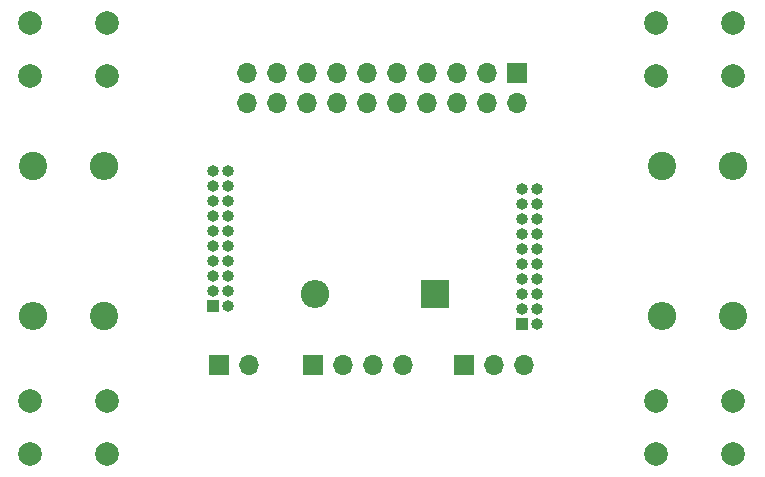
<source format=gbr>
%TF.GenerationSoftware,KiCad,Pcbnew,(6.0.5)*%
%TF.CreationDate,2023-09-26T15:27:11-04:00*%
%TF.ProjectId,lcd_128_io_board,6c63645f-3132-4385-9f69-6f5f626f6172,rev?*%
%TF.SameCoordinates,Original*%
%TF.FileFunction,Soldermask,Top*%
%TF.FilePolarity,Negative*%
%FSLAX46Y46*%
G04 Gerber Fmt 4.6, Leading zero omitted, Abs format (unit mm)*
G04 Created by KiCad (PCBNEW (6.0.5)) date 2023-09-26 15:27:11*
%MOMM*%
%LPD*%
G01*
G04 APERTURE LIST*
%ADD10C,2.000000*%
%ADD11R,1.700000X1.700000*%
%ADD12O,1.700000X1.700000*%
%ADD13C,2.400000*%
%ADD14O,2.400000X2.400000*%
%ADD15R,2.400000X2.400000*%
%ADD16R,1.000000X1.000000*%
%ADD17O,1.000000X1.000000*%
G04 APERTURE END LIST*
D10*
%TO.C,SW1*%
X159250000Y-126500000D03*
X152750000Y-126500000D03*
X159250000Y-131000000D03*
X152750000Y-131000000D03*
%TD*%
D11*
%TO.C,J5*%
X123700000Y-123500000D03*
D12*
X126240000Y-123500000D03*
X128780000Y-123500000D03*
X131320000Y-123500000D03*
%TD*%
D13*
%TO.C,R4*%
X159250000Y-119350000D03*
D14*
X159250000Y-106650000D03*
%TD*%
D10*
%TO.C,SW3*%
X99750000Y-94500000D03*
X106250000Y-94500000D03*
X99750000Y-99000000D03*
X106250000Y-99000000D03*
%TD*%
D11*
%TO.C,J6*%
X141000000Y-98725000D03*
D12*
X141000000Y-101265000D03*
X138460000Y-98725000D03*
X138460000Y-101265000D03*
X135920000Y-98725000D03*
X135920000Y-101265000D03*
X133380000Y-98725000D03*
X133380000Y-101265000D03*
X130840000Y-98725000D03*
X130840000Y-101265000D03*
X128300000Y-98725000D03*
X128300000Y-101265000D03*
X125760000Y-98725000D03*
X125760000Y-101265000D03*
X123220000Y-98725000D03*
X123220000Y-101265000D03*
X120680000Y-98725000D03*
X120680000Y-101265000D03*
X118140000Y-98725000D03*
X118140000Y-101265000D03*
%TD*%
D15*
%TO.C,D1*%
X134000000Y-117500000D03*
D14*
X123840000Y-117500000D03*
%TD*%
D11*
%TO.C,J1*%
X136475000Y-123500000D03*
D12*
X139015000Y-123500000D03*
X141555000Y-123500000D03*
%TD*%
D11*
%TO.C,J2*%
X115725000Y-123500000D03*
D12*
X118265000Y-123500000D03*
%TD*%
D13*
%TO.C,R1*%
X153250000Y-106650000D03*
D14*
X153250000Y-119350000D03*
%TD*%
D10*
%TO.C,SW4*%
X159250000Y-99000000D03*
X152750000Y-99000000D03*
X159250000Y-94500000D03*
X152750000Y-94500000D03*
%TD*%
D13*
%TO.C,R3*%
X106000000Y-119350000D03*
D14*
X106000000Y-106650000D03*
%TD*%
D13*
%TO.C,R2*%
X100000000Y-106650000D03*
D14*
X100000000Y-119350000D03*
%TD*%
D10*
%TO.C,SW2*%
X99750000Y-131000000D03*
X106250000Y-131000000D03*
X106250000Y-126500000D03*
X99750000Y-126500000D03*
%TD*%
D16*
%TO.C,J3*%
X115230000Y-118500000D03*
D17*
X116500000Y-118500000D03*
X115230000Y-117230000D03*
X116500000Y-117230000D03*
X115230000Y-115960000D03*
X116500000Y-115960000D03*
X115230000Y-114690000D03*
X116500000Y-114690000D03*
X115230000Y-113420000D03*
X116500000Y-113420000D03*
X115230000Y-112150000D03*
X116500000Y-112150000D03*
X115230000Y-110880000D03*
X116500000Y-110880000D03*
X115230000Y-109610000D03*
X116500000Y-109610000D03*
X115230000Y-108340000D03*
X116500000Y-108340000D03*
X115230000Y-107070000D03*
X116500000Y-107070000D03*
%TD*%
D16*
%TO.C,J4*%
X141375000Y-119975000D03*
D17*
X142645000Y-119975000D03*
X141375000Y-118705000D03*
X142645000Y-118705000D03*
X141375000Y-117435000D03*
X142645000Y-117435000D03*
X141375000Y-116165000D03*
X142645000Y-116165000D03*
X141375000Y-114895000D03*
X142645000Y-114895000D03*
X141375000Y-113625000D03*
X142645000Y-113625000D03*
X141375000Y-112355000D03*
X142645000Y-112355000D03*
X141375000Y-111085000D03*
X142645000Y-111085000D03*
X141375000Y-109815000D03*
X142645000Y-109815000D03*
X141375000Y-108545000D03*
X142645000Y-108545000D03*
%TD*%
M02*

</source>
